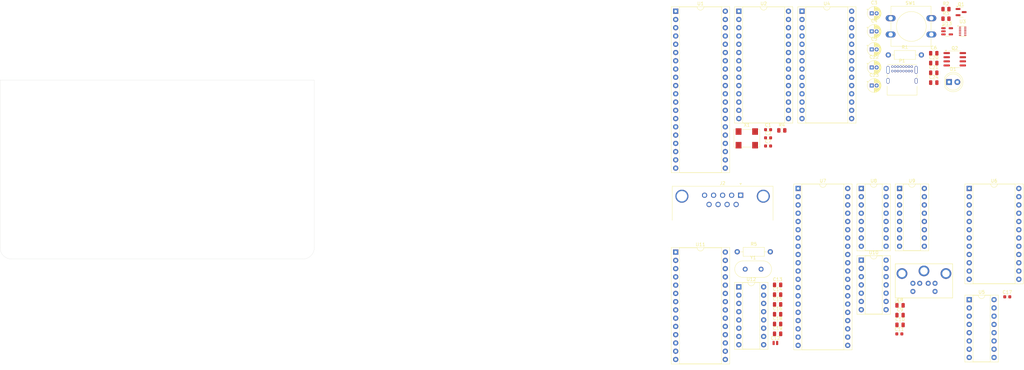
<source format=kicad_pcb>
(kicad_pcb (version 20221018) (generator pcbnew)
  (layers (0 "F.Cu" signal) (31 "B.Cu" signal) (34 "B.Paste" user) (35 "F.Paste" user) (36 "B.SilkS" user "B.Silkscreen") (37 "F.SilkS" user "F.Silkscreen") (38 "B.Mask" user) (39 "F.Mask" user) (44 "Edge.Cuts" user))
  (net 0 "")
  (net 1 "+5V")
  (net 2 "GND")
  (net 3 "Net-(U11-XTAL1)")
  (net 4 "Net-(U12-C1+)")
  (net 5 "Net-(U12-C1-)")
  (net 6 "Net-(U12-C2+)")
  (net 7 "Net-(U12-C2-)")
  (net 8 "Net-(U12-VS+)")
  (net 9 "Net-(U12-VS-)")
  (net 10 "Net-(D1-K)")
  (net 12 "Net-(J1-Pad5)")
  (net 14 "/expansion/Keyboard VIA/PS2_D")
  (net 15 "Net-(U11-~{DCD})")
  (net 16 "Net-(U12-R2IN)")
  (net 17 "Net-(U12-T1OUT)")
  (net 18 "Net-(U11-~{DTR})")
  (net 19 "Net-(U11-~{DSR})")
  (net 20 "Net-(U11-~{RTS})")
  (net 21 "Net-(U11-~{CTS})")
  (net 29 "Net-(Q1-S)")
  (net 30 "Net-(Q1-D)")
  (net 31 "Net-(Q2A-G1)")
  (net 32 "Net-(U3-~{EN}{slash}EN)")
  (net 33 "/CPU, Low ram and low rom/PHI0")
  (net 34 "Net-(U11-XTAL2)")
  (net 35 "Net-(U3-~{PB})")
  (net 39 "/CPU, Low ram and low rom/~{IRQ}")
  (net 41 "/CPU, Low ram and low rom/~{NMI}")
  (net 43 "/CPU, Low ram and low rom/A0")
  (net 44 "/CPU, Low ram and low rom/A1")
  (net 45 "/CPU, Low ram and low rom/A2")
  (net 46 "/CPU, Low ram and low rom/A3")
  (net 47 "/CPU, Low ram and low rom/A4")
  (net 48 "/CPU, Low ram and low rom/A5")
  (net 49 "/CPU, Low ram and low rom/A6")
  (net 50 "/CPU, Low ram and low rom/A7")
  (net 51 "/CPU, Low ram and low rom/A8")
  (net 52 "/CPU, Low ram and low rom/A9")
  (net 53 "/CPU, Low ram and low rom/A10")
  (net 54 "/CPU, Low ram and low rom/A11")
  (net 55 "/CPU, Low ram and low rom/A12")
  (net 56 "/CPU, Low ram and low rom/A13")
  (net 57 "/CPU, Low ram and low rom/A14")
  (net 58 "/CPU, Low ram and low rom/A15")
  (net 59 "/CPU, Low ram and low rom/D7")
  (net 60 "/CPU, Low ram and low rom/D6")
  (net 61 "/CPU, Low ram and low rom/D5")
  (net 62 "/CPU, Low ram and low rom/D4")
  (net 63 "/CPU, Low ram and low rom/D3")
  (net 64 "/CPU, Low ram and low rom/D2")
  (net 65 "/CPU, Low ram and low rom/D1")
  (net 66 "/CPU, Low ram and low rom/D0")
  (net 67 "/CPU, Low ram and low rom/R{slash}~{W}")
  (net 69 "/CPU, Low ram and low rom/~{DMA}")
  (net 71 "/CPU, Low ram and low rom/PHI2")
  (net 72 "/CPU, Low ram and low rom/~{RES}")
  (net 73 "/Decoding & Logic/A15")
  (net 74 "/CPU, Low ram and low rom/~{OE}")
  (net 75 "/CPU, Low ram and low rom/~{WE}")
  (net 81 "/power/~{RES}")
  (net 82 "/power/~{INT}")
  (net 84 "/CPU, Low ram and low rom/~{LROMS}")
  (net 87 "/Decoding & Logic/A13")
  (net 88 "/Decoding & Logic/A14")
  (net 89 "/Decoding & Logic/~{HROMEN}")
  (net 90 "/Decoding & Logic/~{HRAMEN}")
  (net 91 "/expansion/~{IOEN}")
  (net 96 "/expansion/KBD VIA ~{EN}")
  (net 97 "/expansion/UART 1 ~{EN}")
  (net 113 "/expansion/A12")
  (net 114 "/expansion/A11")
  (net 115 "/expansion/A10")
  (net 116 "/expansion/A9")
  (net 117 "/expansion/Keyboard VIA/PA0")
  (net 118 "/expansion/Keyboard VIA/PA1")
  (net 119 "/expansion/Keyboard VIA/PA2")
  (net 120 "/expansion/Keyboard VIA/PA3")
  (net 121 "/expansion/Keyboard VIA/PA4")
  (net 122 "/expansion/Keyboard VIA/PA5")
  (net 123 "/expansion/Keyboard VIA/PA6")
  (net 124 "/expansion/Keyboard VIA/PA7")
  (net 125 "/expansion/Keyboard VIA/PB0")
  (net 126 "/expansion/Keyboard VIA/PB1")
  (net 127 "/expansion/Keyboard VIA/PB2")
  (net 128 "/expansion/Keyboard VIA/PB3")
  (net 129 "/expansion/Keyboard VIA/PB4")
  (net 130 "/expansion/Keyboard VIA/PB5")
  (net 131 "/expansion/Keyboard VIA/PB6")
  (net 132 "/expansion/Keyboard VIA/PB7")
  (net 136 "/expansion/Keyboard VIA/D7")
  (net 137 "/expansion/Keyboard VIA/D6")
  (net 138 "/expansion/Keyboard VIA/D5")
  (net 139 "/expansion/Keyboard VIA/D4")
  (net 140 "/expansion/Keyboard VIA/D3")
  (net 141 "/expansion/Keyboard VIA/D2")
  (net 142 "/expansion/Keyboard VIA/D1")
  (net 143 "/expansion/Keyboard VIA/D0")
  (net 144 "/expansion/Keyboard VIA/A3")
  (net 145 "/expansion/Keyboard VIA/A2")
  (net 146 "/expansion/Keyboard VIA/A1")
  (net 147 "/expansion/Keyboard VIA/A0")
  (net 150 "Net-(U8-QH')")
  (net 152 "/expansion/Keyboard VIA/SRCLK")
  (net 153 "/expansion/Keyboard VIA/RCLK")
  (net 161 "Net-(U10-Pad2)")
  (net 164 "Net-(U11-TxD)")
  (net 165 "Net-(U11-RxD)")
  (net 166 "/expansion/RS-232 UART #1/A0")
  (net 167 "/expansion/RS-232 UART #1/A1")
  (net 168 "/expansion/RS-232 UART #1/D0")
  (net 169 "/expansion/RS-232 UART #1/D1")
  (net 170 "/expansion/RS-232 UART #1/D2")
  (net 171 "/expansion/RS-232 UART #1/D3")
  (net 172 "/expansion/RS-232 UART #1/D4")
  (net 173 "/expansion/RS-232 UART #1/D5")
  (net 174 "/expansion/RS-232 UART #1/D6")
  (net 175 "/expansion/RS-232 UART #1/D7")
  (net 180 "+1V2")
  (footprint "Capacitor_SMD:C_0805_2012Metric" (layer "F.Cu") (at 346.28 125.318)
    (fp_text reference "C19" (at 0 -1.68) (layer "F.SilkS"))
    (fp_text value "100nF")
    (pad "1" smd roundrect (at -0.95 0) (size 1 1.45) (layers "F.Cu" "F.Paste" "F.Mask") (net 1 "+5V"))
    (pad "2" smd roundrect (at 0.95 0) (size 1 1.45) (layers "F.Cu" "F.Paste" "F.Mask") (net 2 "GND"))
  )
  (footprint "Button_Switch_THT:SW_PUSH-12mm" (layer "F.Cu") (at 381 28.258)
    (fp_text reference "SW1" (at 6.08 -4.66) (layer "F.SilkS"))
    (fp_text value "SW_Push")
    (pad "1" thru_hole oval (at 0 0) (size 3.048 1.85) (drill 1.3) (layers "*.Cu" "*.Mask") (net 2 "GND"))
    (pad "1" thru_hole oval (at 12.5 0) (size 3.048 1.85) (drill 1.3) (layers "*.Cu" "*.Mask") (net 2 "GND"))
    (pad "2" thru_hole oval (at 0 5) (size 3.048 1.85) (drill 1.3) (layers "*.Cu" "*.Mask") (net 35 "Net-(U3-~{PB})"))
    (pad "2" thru_hole oval (at 12.5 5) (size 3.048 1.85) (drill 1.3) (layers "*.Cu" "*.Mask") (net 35 "Net-(U3-~{PB})"))
  )
  (footprint "Capacitor_SMD:C_0603_1608Metric" (layer "F.Cu") (at 343.36 67.558)
    (fp_text reference "C7" (at 0 -1.43) (layer "F.SilkS"))
    (fp_text value "0.1µF")
    (pad "1" smd roundrect (at -0.775 0) (size 0.9 0.95) (layers "F.Cu" "F.Paste" "F.Mask") (net 1 "+5V"))
    (pad "2" smd roundrect (at 0.775 0) (size 0.9 0.95) (layers "F.Cu" "F.Paste" "F.Mask") (net 2 "GND"))
  )
  (footprint "Resistor_THT:R_Axial_DIN0207_L6.3mm_D2.5mm_P10.16mm_Horizontal" (layer "F.Cu") (at 333.88 100.088)
    (fp_text reference "R5" (at 5.08 -2.37) (layer "F.SilkS"))
    (fp_text value "1MΩ")
    (pad "1" thru_hole circle (at 0 0) (size 1.6 1.6) (drill 0.8) (layers "*.Cu" "*.Mask") (net 3 "Net-(U11-XTAL1)"))
    (pad "2" thru_hole oval (at 10.16 0) (size 1.6 1.6) (drill 0.8) (layers "*.Cu" "*.Mask") (net 34 "Net-(U11-XTAL2)"))
  )
  (footprint "Package_DIP:DIP-16_W7.62mm_Socket" (layer "F.Cu") (at 371.98 80.608)
    (fp_text reference "U8" (at 3.81 -2.33) (layer "F.SilkS"))
    (fp_text value "74HC595")
    (pad "1" thru_hole rect (at 0 0) (size 1.6 1.6) (drill 0.8) (layers "*.Cu" "*.Mask") (net 118 "/expansion/Keyboard VIA/PA1"))
    (pad "2" thru_hole oval (at 0 2.54) (size 1.6 1.6) (drill 0.8) (layers "*.Cu" "*.Mask") (net 119 "/expansion/Keyboard VIA/PA2"))
    (pad "3" thru_hole oval (at 0 5.08) (size 1.6 1.6) (drill 0.8) (layers "*.Cu" "*.Mask") (net 120 "/expansion/Keyboard VIA/PA3"))
    (pad "4" thru_hole oval (at 0 7.62) (size 1.6 1.6) (drill 0.8) (layers "*.Cu" "*.Mask") (net 121 "/expansion/Keyboard VIA/PA4"))
    (pad "5" thru_hole oval (at 0 10.16) (size 1.6 1.6) (drill 0.8) (layers "*.Cu" "*.Mask") (net 122 "/expansion/Keyboard VIA/PA5"))
    (pad "6" thru_hole oval (at 0 12.7) (size 1.6 1.6) (drill 0.8) (layers "*.Cu" "*.Mask") (net 123 "/expansion/Keyboard VIA/PA6"))
    (pad "7" thru_hole oval (at 0 15.24) (size 1.6 1.6) (drill 0.8) (layers "*.Cu" "*.Mask") (net 124 "/expansion/Keyboard VIA/PA7"))
    (pad "8" thru_hole oval (at 0 17.78) (size 1.6 1.6) (drill 0.8) (layers "*.Cu" "*.Mask") (net 2 "GND"))
    (pad "9" thru_hole oval (at 7.62 17.78) (size 1.6 1.6) (drill 0.8) (layers "*.Cu" "*.Mask") (net 150 "Net-(U8-QH')"))
    (pad "10" thru_hole oval (at 7.62 15.24) (size 1.6 1.6) (drill 0.8) (layers "*.Cu" "*.Mask"))
    (pad "11" thru_hole oval (at 7.62 12.7) (size 1.6 1.6) (drill 0.8) (layers "*.Cu" "*.Mask") (net 152 "/expansion/Keyboard VIA/SRCLK"))
    (pad "12" thru_hole oval (at 7.62 10.16) (size 1.6 1.6) (drill 0.8) (layers "*.Cu" "*.Mask") (net 153 "/expansion/Keyboard VIA/RCLK"))
    (pad "13" thru_hole oval (at 7.62 7.62) (size 1.6 1.6) (drill 0.8) (layers "*.Cu" "*.Mask") (net 2 "GND"))
    (pad "14" thru_hole oval (at 7.62 5.08) (size 1.6 1.6) (drill 0.8) (layers "*.Cu" "*.Mask") (net 14 "/expansion/Keyboard VIA/PS2_D"))
    (pad "15" thru_hole oval (at 7.62 2.54) (size 1.6 1.6) (drill 0.8) (layers "*.Cu" "*.Mask") (net 117 "/expansion/Keyboard VIA/PA0"))
    (pad "16" thru_hole oval (at 7.62 0) (size 1.6 1.6) (drill 0.8) (layers "*.Cu" "*.Mask") (net 1 "+5V"))
  )
  (footprint "Package_SO:SOIC-8_3.9x4.9mm_P1.27mm" (layer "F.Cu") (at 400.69 40.888)
    (fp_text reference "Q2" (at 0 -3.4) (layer "F.SilkS"))
    (fp_text value "AO4842")
    (pad "1" smd roundrect (at -2.475 -1.905) (size 1.95 0.6) (layers "F.Cu" "F.Paste" "F.Mask") (net 2 "GND"))
    (pad "2" smd roundrect (at -2.475 -0.635) (size 1.95 0.6) (layers "F.Cu" "F.Paste" "F.Mask") (net 31 "Net-(Q2A-G1)"))
    (pad "3" smd roundrect (at -2.475 0.635) (size 1.95 0.6) (layers "F.Cu" "F.Paste" "F.Mask"))
    (pad "4" smd roundrect (at -2.475 1.905) (size 1.95 0.6) (layers "F.Cu" "F.Paste" "F.Mask"))
    (pad "5" smd roundrect (at 2.475 1.905) (size 1.95 0.6) (layers "F.Cu" "F.Paste" "F.Mask"))
    (pad "6" smd roundrect (at 2.475 0.635) (size 1.95 0.6) (layers "F.Cu" "F.Paste" "F.Mask"))
    (pad "7" smd roundrect (at 2.475 -0.635) (size 1.95 0.6) (layers "F.Cu" "F.Paste" "F.Mask") (net 2 "GND"))
    (pad "8" smd roundrect (at 2.475 -1.905) (size 1.95 0.6) (layers "F.Cu" "F.Paste" "F.Mask") (net 2 "GND"))
  )
  (footprint "Capacitor_SMD:C_0805_2012Metric" (layer "F.Cu") (at 346.28 122.308)
    (fp_text reference "C18" (at 0 -1.68) (layer "F.SilkS"))
    (fp_text value "47nF")
    (pad "1" smd roundrect (at -0.95 0) (size 1 1.45) (layers "F.Cu" "F.Paste" "F.Mask") (net 1 "+5V"))
    (pad "2" smd roundrect (at 0.95 0) (size 1 1.45) (layers "F.Cu" "F.Paste" "F.Mask") (net 2 "GND"))
  )
  (footprint "Package_DIP:DIP-16_W7.62mm_Socket" (layer "F.Cu") (at 383.73 80.608)
    (fp_text reference "U9" (at 3.81 -2.33) (layer "F.SilkS"))
    (fp_text value "74HC595")
    (pad "1" thru_hole rect (at 0 0) (size 1.6 1.6) (drill 0.8) (layers "*.Cu" "*.Mask"))
    (pad "2" thru_hole oval (at 0 2.54) (size 1.6 1.6) (drill 0.8) (layers "*.Cu" "*.Mask"))
    (pad "3" thru_hole oval (at 0 5.08) (size 1.6 1.6) (drill 0.8) (layers "*.Cu" "*.Mask"))
    (pad "4" thru_hole oval (at 0 7.62) (size 1.6 1.6) (drill 0.8) (layers "*.Cu" "*.Mask"))
    (pad "5" thru_hole oval (at 0 10.16) (size 1.6 1.6) (drill 0.8) (layers "*.Cu" "*.Mask") (net 130 "/expansion/Keyboard VIA/PB5"))
    (pad "6" thru_hole oval (at 0 12.7) (size 1.6 1.6) (drill 0.8) (layers "*.Cu" "*.Mask") (net 131 "/expansion/Keyboard VIA/PB6"))
    (pad "7" thru_hole oval (at 0 15.24) (size 1.6 1.6) (drill 0.8) (layers "*.Cu" "*.Mask") (net 132 "/expansion/Keyboard VIA/PB7"))
    (pad "8" thru_hole oval (at 0 17.78) (size 1.6 1.6) (drill 0.8) (layers "*.Cu" "*.Mask") (net 2 "GND"))
    (pad "9" thru_hole oval (at 7.62 17.78) (size 1.6 1.6) (drill 0.8) (layers "*.Cu" "*.Mask"))
    (pad "10" thru_hole oval (at 7.62 15.24) (size 1.6 1.6) (drill 0.8) (layers "*.Cu" "*.Mask"))
    (pad "11" thru_hole oval (at 7.62 12.7) (size 1.6 1.6) (drill 0.8) (layers "*.Cu" "*.Mask") (net 152 "/expansion/Keyboard VIA/SRCLK"))
    (pad "12" thru_hole oval (at 7.62 10.16) (size 1.6 1.6) (drill 0.8) (layers "*.Cu" "*.Mask") (net 153 "/expansion/Keyboard VIA/RCLK"))
    (pad "13" thru_hole oval (at 7.62 7.62) (size 1.6 1.6) (drill 0.8) (layers "*.Cu" "*.Mask") (net 2 "GND"))
    (pad "14" thru_hole oval (at 7.62 5.08) (size 1.6 1.6) (drill 0.8) (layers "*.Cu" "*.Mask") (net 150 "Net-(U8-QH')"))
    (pad "15" thru_hole oval (at 7.62 2.54) (size 1.6 1.6) (drill 0.8) (layers "*.Cu" "*.Mask"))
    (pad "16" thru_hole oval (at 7.62 0) (size 1.6 1.6) (drill 0.8) (layers "*.Cu" "*.Mask") (net 1 "+5V"))
  )
  (footprint "Capacitor_THT:CP_Radial_D4.0mm_P1.50mm" (layer "F.Cu") (at 375.184801 43.408)
    (fp_text reference "C22" (at 0.75 -3.25) (layer "F.SilkS"))
    (fp_text value "10µF 25v")
    (pad "1" thru_hole rect (at 0 0) (size 1.2 1.2) (drill 0.6) (layers "*.Cu" "*.Mask") (net 180 "+1V2"))
    (pad "2" thru_hole circle (at 1.5 0) (size 1.2 1.2) (drill 0.6) (layers "*.Cu" "*.Mask") (net 2 "GND"))
  )
  (footprint "Package_DIP:DIP-14_W7.62mm_Socket" (layer "F.Cu") (at 371.98 102.658)
    (fp_text reference "U10" (at 3.81 -2.33) (layer "F.SilkS"))
    (fp_text value "74LS04")
    (pad "1" thru_hole rect (at 0 0) (size 1.6 1.6) (drill 0.8) (layers "*.Cu" "*.Mask") (net 152 "/expansion/Keyboard VIA/SRCLK"))
    (pad "2" thru_hole oval (at 0 2.54) (size 1.6 1.6) (drill 0.8) (layers "*.Cu" "*.Mask") (net 161 "Net-(U10-Pad2)"))
    (pad "3" thru_hole oval (at 0 5.08) (size 1.6 1.6) (drill 0.8) (layers "*.Cu" "*.Mask") (net 161 "Net-(U10-Pad2)"))
    (pad "4" thru_hole oval (at 0 7.62) (size 1.6 1.6) (drill 0.8) (layers "*.Cu" "*.Mask") (net 153 "/expansion/Keyboard VIA/RCLK"))
    (pad "5" thru_hole oval (at 0 10.16) (size 1.6 1.6) (drill 0.8) (layers "*.Cu" "*.Mask") (net 12 "Net-(J1-Pad5)"))
    (pad "6" thru_hole oval (at 0 12.7) (size 1.6 1.6) (drill 0.8) (layers "*.Cu" "*.Mask") (net 152 "/expansion/Keyboard VIA/SRCLK"))
    (pad "7" thru_hole oval (at 0 15.24) (size 1.6 1.6) (drill 0.8) (layers "*.Cu" "*.Mask") (net 2 "GND"))
    (pad "8" thru_hole oval (at 7.62 15.24) (size 1.6 1.6) (drill 0.8) (layers "*.Cu" "*.Mask"))
    (pad "9" thru_hole oval (at 7.62 12.7) (size 1.6 1.6) (drill 0.8) (layers "*.Cu" "*.Mask"))
    (pad "10" thru_hole oval (at 7.62 10.16) (size 1.6 1.6) (drill 0.8) (layers "*.Cu" "*.Mask"))
    (pad "11" thru_hole oval (at 7.62 7.62) (size 1.6 1.6) (drill 0.8) (layers "*.Cu" "*.Mask"))
    (pad "12" thru_hole oval (at 7.62 5.08) (size 1.6 1.6) (drill 0.8) (layers "*.Cu" "*.Mask"))
    (pad "13" thru_hole oval (at 7.62 2.54) (size 1.6 1.6) (drill 0.8) (layers "*.Cu" "*.Mask"))
    (pad "14" thru_hole oval (at 7.62 0) (size 1.6 1.6) (drill 0.8) (layers "*.Cu" "*.Mask") (net 1 "+5V"))
  )
  (footprint "Resistor_SMD:R_0805_2012Metric" (layer "F.Cu") (at 347.57 62.758)
    (fp_text reference "R4" (at 0 -1.65) (layer "F.SilkS"))
    (fp_text value "4.7kΩ")
    (pad "1" smd roundrect (at -0.9125 0) (size 1.025 1.4) (layers "F.Cu" "F.Paste" "F.Mask") (roundrect_rratio 0.243902) (net 33 "/CPU, Low ram and low rom/PHI0"))
    (pad "2" smd roundrect (at 0.9125 0) (size 1.025 1.4) (layers "F.Cu" "F.Paste" "F.Mask") (roundrect_rratio 0.243902) (net 2 "GND"))
  )
  (footprint "Capacitor_SMD:C_0805_2012Metric" (layer "F.Cu") (at 383.88 119.568)
    (fp_text reference "C9" (at 0 -1.68) (layer "F.SilkS"))
    (fp_text value "47nF")
    (pad "1" smd roundrect (at -0.95 0) (size 1 1.45) (layers "F.Cu" "F.Paste" "F.Mask") (net 1 "+5V"))
    (pad "2" smd roundrect (at 0.95 0) (size 1 1.45) (layers "F.Cu" "F.Paste" "F.Mask") (net 2 "GND"))
  )
  (footprint "Capacitor_SMD:C_0805_2012Metric" (layer "F.Cu") (at 394.24 39.038)
    (fp_text reference "C6" (at 0 -1.68) (layer "F.SilkS"))
    (fp_text value "0.1uF 50V")
    (pad "1" smd roundrect (at -0.95 0) (size 1 1.45) (layers "F.Cu" "F.Paste" "F.Mask") (net 1 "+5V"))
    (pad "2" smd roundrect (at 0.95 0) (size 1 1.45) (layers "F.Cu" "F.Paste" "F.Mask") (net 2 "GND"))
  )
  (footprint "Capacitor_SMD:C_0603_1608Metric" (layer "F.Cu") (at 343.36 62.538)
    (fp_text reference "C1" (at 0 -1.43) (layer "F.SilkS"))
    (fp_text value "47nF")
    (pad "1" smd roundrect (at -0.775 0) (size 0.9 0.95) (layers "F.Cu" "F.Paste" "F.Mask") (net 1 "+5V"))
    (pad "2" smd roundrect (at 0.775 0) (size 0.9 0.95) (layers "F.Cu" "F.Paste" "F.Mask") (net 2 "GND"))
  )
  (footprint "Package_DIP:DIP-24_W15.24mm_Socket" (layer "F.Cu") (at 405.13 80.608)
    (fp_text reference "U6" (at 7.62 -2.33) (layer "F.SilkS"))
    (fp_text value "74LS154")
    (pad "1" thru_hole rect (at 0 0) (size 1.6 1.6) (drill 0.8) (layers "*.Cu" "*.Mask") (net 96 "/expansion/KBD VIA ~{EN}"))
    (pad "2" thru_hole oval (at 0 2.54) (size 1.6 1.6) (drill 0.8) (layers "*.Cu" "*.Mask") (net 97 "/expansion/UART 1 ~{EN}"))
    (pad "3" thru_hole oval (at 0 5.08) (size 1.6 1.6) (drill 0.8) (layers "*.Cu" "*.Mask"))
    (pad "4" thru_hole oval (at 0 7.62) (size 1.6 1.6) (drill 0.8) (layers "*.Cu" "*.Mask"))
    (pad "5" thru_hole oval (at 0 10.16) (size 1.6 1.6) (drill 0.8) (layers "*.Cu" "*.Mask"))
    (pad "6" thru_hole oval (at 0 12.7) (size 1.6 1.6) (drill 0.8) (layers "*.Cu" "*.Mask"))
    (pad "7" thru_hole oval (at 0 15.24) (size 1.6 1.6) (drill 0.8) (layers "*.Cu" "*.Mask"))
    (pad "8" thru_hole oval (at 0 17.78) (size 1.6 1.6) (drill 0.8) (layers "*.Cu" "*.Mask"))
    (pad "9" thru_hole oval (at 0 20.32) (size 1.6 1.6) (drill 0.8) (layers "*.Cu" "*.Mask"))
    (pad "10" thru_hole oval (at 0 22.86) (size 1.6 1.6) (drill 0.8) (layers "*.Cu" "*.Mask"))
    (pad "11" thru_hole oval (at 0 25.4) (size 1.6 1.6) (drill 0.8) (layers "*.Cu" "*.Mask"))
    (pad "12" thru_hole oval (at 0 27.94) (size 1.6 1.6) (drill 0.8) (layers "*.Cu" "*.Mask") (net 2 "GND"))
    (pad "13" thru_hole oval (at 15.24 27.94) (size 1.6 1.6) (drill 0.8) (layers "*.Cu" "*.Mask"))
    (pad "14" thru_hole oval (at 15.24 25.4) (size 1.6 1.6) (drill 0.8) (layers "*.Cu" "*.Mask"))
    (pad "15" thru_hole oval (at 15.24 22.86) (size 1.6 1.6) (drill 0.8) (layers "*.Cu" "*.Mask"))
    (pad "16" thru_hole oval (at 15.24 20.32) (size 1.6 1.6) (drill 0.8) (layers "*.Cu" "*.Mask"))
    (pad "17" thru_hole oval (at 15.24 17.78) (size 1.6 1.6) (drill 0.8) (layers "*.Cu" "*.Mask"))
    (pad "18" thru_hole oval (at 15.24 15.24) (size 1.6 1.6) (drill 0.8) (layers "*.Cu" "*.Mask") (net 91 "/expansion/~{IOEN}"))
    (pad "19" thru_hole oval (at 15.24 12.7) (size 1.6 1.6) (drill 0.8) (layers "*.Cu" "*.Mask"))
    (pad "20" thru_hole oval (at 15.24 10.16) (size 1.6 1.6) (drill 0.8) (layers "*.Cu" "*.Mask") (net 113 "/expansion/A12"))
    (pad "21" thru_hole oval (at 15.24 7.62) (size 1.6 1.6) (drill 0.8) (layers "*.Cu" "*.Mask") (net 114 "/expansion/A11"))
    (pad "22" thru_hole oval (at 15.24 5.08) (size 1.6 1.6) (drill 0.8) (layers "*.Cu" "*.Mask") (net 115 "/expansion/A10"))
    (pad "23" thru_hole oval (at 15.24 2.54) (size 1.6 1.6) (drill 0.8) (layers "*.Cu" "*.Mask") (net 116 "/expansion/A9"))
    (pad "24" thru_hole oval (at 15.24 0) (size 1.6 1.6) (drill 0.8) (layers "*.Cu" "*.Mask") (net 1 "+5V"))
  )
  (footprint "Package_TO_SOT_SMD:SOT-23" (layer "F.Cu") (at 402.63 26.383)
    (fp_text reference "Q1" (at 0 -2.4) (layer "F.SilkS"))
    (fp_text value "AO3400A")
    (pad "1" smd roundrect (at -0.9375 -0.95) (size 1.475 0.6) (layers "F.Cu" "F.Paste" "F.Mask") (net 2 "GND"))
    (pad "2" smd roundrect (at -0.9375 0.95) (size 1.475 0.6) (layers "F.Cu" "F.Paste" "F.Mask") (net 29 "Net-(Q1-S)"))
    (pad "3" smd roundrect (at 0.9375 0) (size 1.475 0.6) (layers "F.Cu" "F.Paste" "F.Mask") (net 30 "Net-(Q1-D)"))
  )
  (footprint "Resistor_SMD:R_0805_2012Metric" (layer "F.Cu") (at 397.98 28.408)
    (fp_text reference "R3" (at 0 -1.65) (layer "F.SilkS"))
    (fp_text value "10kΩ")
    (pad "1" smd roundrect (at -0.9125 0) (size 1.025 1.4) (layers "F.Cu" "F.Paste" "F.Mask") (roundrect_rratio 0.243902) (net 1 "+5V"))
    (pad "2" smd roundrect (at 0.9125 0) (size 1.025 1.4) (layers "F.Cu" "F.Paste" "F.Mask") (roundrect_rratio 0.243902) (net 30 "Net-(Q1-D)"))
  )
  (footprint "Ddraig:MINI-DIN-6-FULL-SHIELD" (layer "F.Cu") (at 391.23 101.283)
    (fp_text reference "J1" (at -8.255 13.97) (layer "F.SilkS"))
    (fp_text value "Purple color - PS/2 keyboard" hide)
    (pad "1" thru_hole circle (at -1.3 8.5) (size 1.524 1.524) (drill 0.762) (layers "*.Cu" "*.Mask") (net 14 "/expansion/Keyboard VIA/PS2_D"))
    (pad "2" thru_hole circle (at 1.3 8.5) (size 1.524 1.524) (drill 0.762) (layers "*.Cu" "*.Mask"))
    (pad "3" thru_hole circle (at -3.4 8.5) (size 1.524 1.524) (drill 0.762) (layers "*.Cu" "*.Mask") (net 2 "GND"))
    (pad "4" thru_hole circle (at 3.4 8.5) (size 1.524 1.524) (drill 0.762) (layers "*.Cu" "*.Mask") (net 1 "+5V"))
    (pad "5" thru_hole circle (at -3.4 11) (size 1.524 1.524) (drill 0.762) (layers "*.Cu" "*.Mask") (net 12 "Net-(J1-Pad5)"))
    (pad "6" thru_hole circle (at 3.4 11) (size 1.524 1.524) (drill 0.762) (layers "*.Cu" "*.Mask"))
    (pad "7" thru_hole circle (at -6.75 5.5) (size 3.3 3.3) (drill 2.3) (layers "*.Cu" "*.Mask") (net 2 "GND"))
    (pad "7" thru_hole circle (at 0 4.7) (size 3.3 3.3) (drill 2.3) (layers "*.Cu" "*.Mask") (net 2 "GND"))
    (pad "7" thru_hole circle (at 6.75 5.5) (size 3.3 3.3) (drill 2.3) (layers "*.Cu" "*.Mask") (net 2 "GND"))
  )
  (footprint "Capacitor_SMD:C_0805_2012Metric" (layer "F.Cu") (at 394.24 45.058)
    (fp_text reference "C21" (at 0 -1.68) (layer "F.SilkS"))
    (fp_text value "1uF")
    (pad "1" smd roundrect (at -0.95 0) (size 1 1.45) (layers "F.Cu" "F.Paste" "F.Mask") (net 180 "+1V2"))
    (pad "2" smd roundrect (at 0.95 0) (size 1 1.45) (layers "F.Cu" "F.Paste" "F.Mask") (net 2 "GND"))
  )
  (footprint "Connector_USB:USB_C_Receptacle_GCT_USB4085" (layer "F.Cu") (at 381.53 43.168)
    (fp_text reference "P1" (at 2.975 -1.8) (layer "F.SilkS"))
    (fp_text value "USB_C_Plug")
    (pad "A1" thru_hole circle (at 0 0) (size 0.7 0.7) (drill 0.4) (layers "*.Cu" "*.Mask") (net 2 "GND"))
    (pad "A4" thru_hole circle (at 0.85 0) (size 0.7 0.7) (drill 0.4) (layers "*.Cu" "*.Mask") (net 1 "+5V"))
    (pad "A5" thru_hole circle (at 1.7 0) (size 0.7 0.7) (drill 0.4) (layers "*.Cu" "*.Mask"))
    (pad "A6" thru_hole circle (at 2.55 0) (size 0.7 0.7) (drill 0.4) (layers "*.Cu" "*.Mask"))
    (pad "A7" thru_hole circle (at 3.4 0) (size 0.7 0.7) (drill 0.4) (layers "*.Cu" "*.Mask"))
    (pad "A8" thru_hole circle (at 4.25 0) (size 0.7 0.7) (drill 0.4) (layers "*.Cu" "*.Mask"))
    (pad "A9" thru_hole circle (at 5.1 0) (size 0.7 0.7) (drill 0.4) (layers "*.Cu" "*.Mask") (net 1 "+5V"))
    (pad "A12" thru_hole circle (at 5.95 0) (size 0.7 0.7) (drill 0.4) (layers "*.Cu" "*.Mask") (net 2 "GND"))
    (pad "B1" thru_hole circle (at 5.95 1.35) (size 0.7 0.7) (drill 0.4) (layers "*.Cu" "*.Mask") (net 2 "GND"))
    (pad "B4" thru_hole circle (at 5.1 1.35) (size 0.7 0.7) (drill 0.4) (layers "*.Cu" "*.Mask") (net 1 "+5V"))
    (pad "B5" thru_hole circle (at 4.25 1.35) (size 0.7 0.7) (drill 0.4) (layers "*.Cu" "*.Mask"))
    (pad "B6" thru_hole circle (at 3.4 1.35) (size 0.7 0.7) (drill 0.4) (layers "*.Cu" "*.Mask"))
    (pad "B7" thru_hole circle (at 2.55 1.35) (size 0.7 0.7) (drill 0.4) (layers "*.Cu" "*.Mask"))
    (pad "B8" thru_hole circle (at 1.7 1.35) (size 0.7 0.7) (drill 0.4) (layers "*.Cu" "*.Mask"))
    (pad "B9" thru_hole circle (at 0.85 1.35) (size 0.7 0.7) (drill 0.4) (layers "*.Cu" "*.Mask") (net 1 "+5V"))
    (pad "B12" thru_hole circle (at 0 1.35) (size 0.7 0.7) (drill 0.4) (layers "*.Cu" "*.Mask") (net 2 "GND"))
    (pad "S1" thru_hole oval (at -1.35 0.98) (size 0.9 2.4) (drill oval 0.6 2.1) (layers "*.Cu" "*.Mask") (net 2 "GND"))
    (pad "S1" thru_hole oval (at -1.35 4.36) (size 0.9 1.7) (drill oval 0.6 1.4) (layers "*.Cu" "*.Mask") (net 2 "GND"))
    (pad "S1" thru_hole oval (at 7.3 0.98) (size 0.9 2.4) (drill oval 0.6 2.1) (layers "*.Cu" "*.Mask") (net 2 "GND"))
    (pad "S1" thru_hole oval (at 7.3 4.36) (size 0.9 1.7) (drill oval 0.6 1.4) (layers "*.Cu" "*.Mask") (net 2 "GND"))
  )
  (footprint "Package_DIP:DIP-16_W7.62mm_Socket" (layer "F.Cu") (at 405.13 114.808)
    (fp_text reference "U5" (at 3.81 -2.33) (layer "F.SilkS"))
    (fp_text value "74HC137")
    (pad "1" thru_hole rect (at 0 0) (size 1.6 1.6) (drill 0.8) (layers "*.Cu" "*.Mask") (net 87 "/Decoding & Logic/A13"))
    (pad "2" thru_hole oval (at 0 2.54) (size 1.6 1.6) (drill 0.8) (layers "*.Cu" "*.Mask") (net 88 "/Decoding & Logic/A14"))
    (pad "3" thru_hole oval (at 0 5.08) (size 1.6 1.6) (drill 0.8) (layers "*.Cu" "*.Mask") (net 73 "/Decoding & Logic/A15"))
    (pad "4" thru_hole oval (at 0 7.62) (size 1.6 1.6) (drill 0.8) (layers "*.Cu" "*.Mask") (net 2 "GND"))
    (pad "5" thru_hole oval (at 0 10.16) (size 1.6 1.6) (drill 0.8) (layers "*.Cu" "*.Mask") (net 2 "GND"))
    (pad "6" thru_hole oval (at 0 12.7) (size 1.6 1.6) (drill 0.8) (layers "*.Cu" "*.Mask") (net 73 "/Decoding & Logic/A15"))
    (pad "7" thru_hole oval (at 0 15.24) (size 1.6 1.6) (drill 0.8) (layers "*.Cu" "*.Mask") (net 89 "/Decoding & Logic/~{HROMEN}"))
    (pad "8" thru_hole oval (at 0 17.78) (size 1.6 1.6) (drill 0.8) (layers "*.Cu" "*.Mask") (net 2 "GND"))
    (pad "9" thru_hole oval (at 7.62 17.78) (size 1.6 1.6) (drill 0.8) (layers "*.Cu" "*.Mask") (net 84 "/CPU, Low ram and low rom/~{LROMS}"))
    (pad "10" thru_hole oval (at 7.62 15.24) (size 1.6 1.6) (drill 0.8) (layers "*.Cu" "*.Mask") (net 90 "/Decoding & Logic/~{HRAMEN}"))
    (pad "11" thru_hole oval (at 7.62 12.7) (size 1.6 1.6) (drill 0.8) (layers "*.Cu" "*.Mask") (net 91 "/expansion/~{IOEN}"))
    (pad "12" thru_hole oval (at 7.62 10.16) (size 1.6 1.6) (drill 0.8) (layers "*.Cu" "*.Mask"))
    (pad "13" thru_hole oval (at 7.62 7.62) (size 1.6 1.6) (drill 0.8) (layers "*.Cu" "*.Mask"))
    (pad "14" thru_hole oval (at 7.62 5.08) (size 1.6 1.6) (drill 0.8) (layers "*.Cu" "*.Mask"))
    (pad "15" thru_hole oval (at 7.62 2.54) (size 1.6 1.6) (drill 0.8) (layers "*.Cu" "*.Mask"))
    (pad "16" thru_hole oval (at 7.62 0) (size 1.6 1.6) (drill 0.8) (layers "*.Cu" "*.Mask") (net 1 "+5V"))
  )
  (footprint "Package_DIP:DIP-16_W7.62mm_Socket" (layer "F.Cu") (at 334.38 110.888)
    (fp_text reference "U12" (at 3.81 -2.33) (layer "F.SilkS"))
    (fp_text value "MAX232")
    (pad "1" thru_hole rect (at 0 0) (size 1.6 1.6) (drill 0.8) (layers "*.Cu" "*.Mask") (net 4 "Net-(U12-C1+)"))
    (pad "2" thru_hole oval (at 0 2.54) (size 1.6 1.6) (drill 0.8) (layers "*.Cu" "*.Mask") (net 8 "Net-(U12-VS+)"))
    (pad "3" thru_hole oval (at 0 5.08) (size 1.6 1.6) (drill 0.8) (layers "*.Cu" "*.Mask") (net 5 "Net-(U12-C1-)"))
    (pad "4" thru_hole oval (at 0 7.62) (size 1.6 1.6) (drill 0.8) (layers "*.Cu" "*.Mask") (net 6 "Net-(U12-C2+)"))
    (pad "5" thru_hole oval (at 0 10.16) (size 1.6 1.6) (drill 0.8) (layers "*.Cu" "*.Mask") (net 7 "Net-(U12-C2-)"))
    (pad "6" thru_hole oval (at 0 12.7) (size 1.6 1.6) (drill 0.8) (layers "*.Cu" "*.Mask") (net 9 "Net-(U12-VS-)"))
    (pad "7" thru_hole oval (at 0 15.24) (size 1.6 1.6) (drill 0.8) (layers "*.Cu" "*.Mask"))
    (pad "8" thru_hole oval (at 0 17.78) (size 1.6 1.6) (drill 0.8) (layers "*.Cu" "*.Mask") (net 16 "Net-(U12-R2IN)"))
    (pad "9" thru_hole oval (at 7.62 17.78) (size 1.6 1.6) (drill 0.8) (layers "*.Cu" "*.Mask"))
    (pad "10" thru_hole oval (at 7.62 15.24) (size 1.6 1.6) (drill 0.8) (layers "*.Cu" "*.Mask"))
    (pad "11" thru_hole oval (at 7.62 12.7) (size 1.6 1.6) (drill 0.8) (layers "*.Cu" "*.Mask") (net 164 "Net-(U11-TxD)"))
    (pad "12" thru_hole oval (at 7.62 10.16) (size 1.6 1.6) (drill 0.8) (layers "*.Cu" "*.Mask") (net 165 "Net-(U11-RxD)"))
    (pad "13" thru_hole oval (at 7.62 7.62) (size 1.6 1.6) (drill 0.8) (layers "*.Cu" "*.Mask"))
    (pad "14" thru_hole oval (at 7.62 5.08) (size 1.6 1.6) (drill 0.8) (layers "*.Cu" "*.Mask") (net 17 "Net-(U12-T1OUT)"))
    (pad "15" thru_hole oval (at 7.62 2.54) (size 1.6 1.6) (drill 0.8) (layers "*.Cu" "*.Mask") (net 2 "GND"))
    (pad "16" thru_hole oval (at 7.62 0) (size 1.6 1.6) (drill 0.8) (layers "*.Cu" "*.Mask") (net 1 "+5V"))
  )
  (footprint "Package_TO_SOT_SMD:SOT-23-5" (layer "F.Cu") (at 398.35 32.283)
    (fp_text reference "U13" (at 0 -2.4) (layer "F.SilkS"))
    (fp_text value "AP2112K-1.2")
    (pad "1" smd roundrect (at -1.1375 -0.95) (size 1.325 0.6) (layers "F.Cu" "F.Paste" "F.Mask") (net 1 "+5V"))
    (pad "2" smd roundrect (at -1.1375 0) (size 1.325 0.6) (layers "F.Cu" "F.Paste" "F.Mask") (net 2 "GND"))
    (pad "3" smd roundrect (at -1.1375 0.95) (size 1.325 0.6) (layers "F.Cu" "F.Paste" "F.Mask") (net 1 "+5V"))
    (pad "4" smd roundrect (at 1.1375 0.95) (size 1.325 0.6) (layers "F.Cu" "F.Paste" "F.Mask"))
    (pad "5" smd roundrect (at 1.1375 -0.95) (size 1.325 0.6) (layers "F.Cu" "F.Paste" "F.Mask") (net 180 "+1V2"))
  )
  (footprint "Capacitor_SMD:C_0805_2012Metric" (layer "F.Cu") (at 383.88 116.558)
    (fp_text reference "C8" (at 0 -1.68) (layer "F.SilkS"))
    (fp_text value "100nF")
    (pad "1" smd roundrect (at -0.95 0) (size 1 1.45) (layers "F.Cu" "F.Paste" "F.Mask") (net 1 "+5V"))
    (pad "2" smd roundrect (at 0.95 0) (size 1 1.45) (layers "F.Cu" "F.Paste" "F.Mask") (net 2 "GND"))
  )
  (footprint "Capacitor_SMD:C_0805_2012Metric" (layer "F.Cu") (at 394.24 48.068)
    (fp_text reference "C24" (at 0 -1.68) (layer "F.SilkS"))
    (fp_text value "0.1uF 50V")
    (pad "1" smd roundrect (at -0.95 0) (size 1 1.45) (layers "F.Cu" "F.Paste" "F.Mask") (net 180 "+1V2"))
    (pad "2" smd roundrect (at 0.95 0) (size 1 1.45) (layers "F.Cu" "F.Paste" "F.Mask") (net 2 "GND"))
  )
  (footprint "Resistor_SMD:R_0805_2012Metric" (layer "F.Cu") (at 397.98 25.458)
    (fp_text reference "R2" (at 0 -1.65) (layer "F.SilkS"))
    (fp_text value "10kΩ")
    (pad "1" smd roundrect (at -0.9125 0) (size 1.025 1.4) (layers "F.Cu" "F.Paste" "F.Mask") (roundrect_rratio 0.243902) (net 31 "Net-(Q2A-G1)"))
    (pad "2" smd roundrect (at 0.9125 0) (size 1.025 1.4) (layers "F.Cu" "F.Paste" "F.Mask") (roundrect_rratio 0.243902) (net 32 "Net-(U3-~{EN}{slash}EN)"))
  )
  (footprint "Capacitor_SMD:C_0805_2012Metric" (layer "F.Cu") (at 346.28 110.268)
    (fp_text reference "C13" (at 0 -1.68) (layer "F.SilkS"))
    (fp_text value "1µF")
    (pad "1" smd roundrect (at -0.95 0) (size 1 1.45) (layers "F.Cu" "F.Paste" "F.Mask") (net 4 "Net-(U12-C1+)"))
    (pad "2" smd roundrect (at 0.95 0) (size 1 1.45) (layers "F.Cu" "F.Paste" "F.Mask") (net 5 "Net-(U12-C1-)"))
  )
  (footprint "Capacitor_THT:CP_Radial_D4.0mm_P1.50mm" (layer "F.Cu") (at 375.184801 48.958)
    (fp_text reference "C23" (at 0.75 -3.25) (layer "F.SilkS"))
    (fp_text value "10µF 25v")
    (pad "1" thru_hole rect (at 0 0) (size 1.2 1.2) (drill 0.6) (layers "*.Cu" "*.Mask") (net 180 "+1V2"))
    (pad "2" thru_hole circle (at 1.5 0) (size 1.2 1.2) (drill 0.6) (layers "*.Cu" "*.Mask") (net 2 "GND"))
  )
  (footprint "Package_DIP:DIP-40_W15.24mm_Socket" (layer "F.Cu") (at 352.58 80.608)
    (fp_text reference "U7" (at 7.62 -2.33) (layer "F.SilkS"))
    (fp_text value "W65C22SxP")
    (pad "1" thru_hole rect (at 0 0) (size 1.6 1.6) (drill 0.8) (layers "*.Cu" "*.Mask") (net 2 "GND"))
    (pad "2" thru_hole oval (at 0 2.54) (size 1.6 1.6) (drill 0.8) (layers "*.Cu" "*.Mask") (net 117 "/expansion/Keyboard VIA/PA0"))
    (pad "3" thru_hole oval (at 0 5.08) (size 1.6 1.6) (drill 0.8) (layers "*.Cu" "*.Mask") (net 118 "/expansion/Keyboard VIA/PA1"))
    (pad "4" thru_hole oval (at 0 7.62) (size 1.6 1.6) (drill 0.8) (layers "*.Cu" "*.Mask") (net 119 "/expansion/Keyboard VIA/PA2"))
    (pad "5" thru_hole oval (at 0 10.16) (size 1.6 1.6) (drill 0.8) (layers "*.Cu" "*.Mask") (net 120 "/expansion/Keyboard VIA/PA3"))
    (pad "6" thru_hole oval (at 0 12.7) (size 1.6 1.6) (drill 0.8) (layers "*.Cu" "*.Mask") (net 121 "/expansion/Keyboard VIA/PA4"))
    (pad "7" thru_hole oval (at 0 15.24) (size 1.6 1.6) (drill 0.8) (layers "*.Cu" "*.Mask") (net 122 "/expansion/Keyboard VIA/PA5"))
    (pad "8" thru_hole oval (at 0 17.78) (size 1.6 1.6) (drill 0.8) (layers "*.Cu" "*.Mask") (net 123 "/expansion/Keyboard VIA/PA6"))
    (pad "9" thru_hole oval (at 0 20.32) (size 1.6 1.6) (drill 0.8) (layers "*.Cu" "*.Mask") (net 124 "/expansion/Keyboard VIA/PA7"))
    (pad "10" thru_hole oval (at 0 22.86) (size 1.6 1.6) (drill 0.8) (layers "*.Cu" "*.Mask") (net 125 "/expansion/Keyboard VIA/PB0"))
    (pad "11" thru_hole oval (at 0 25.4) (size 1.6 1.6) (drill 0.8) (layers "*.Cu" "*.Mask") (net 126 "/expansion/Keyboard VIA/PB1"))
    (pad "12" thru_hole oval (at 0 27.94) (size 1.6 1.6) (drill 0.8) (layers "*.Cu" "*.Mask") (net 127 "/expansion/Keyboard VIA/PB2"))
    (pad "13" thru_hole oval (at 0 30.48) (size 1.6 1.6) (drill 0.8) (layers "*.Cu" "*.Mask") (net 128 "/expansion/Keyboard VIA/PB3"))
    (pad "14" thru_hole oval (at 0 33.02) (size 1.6 1.6) (drill 0.8) (layers "*.Cu" "*.Mask") (net 129 "/expansion/Keyboard VIA/PB4"))
    (pad "15" thru_hole oval (at 0 35.56) (size 1.6 1.6) (drill 0.8) (layers "*.Cu" "*.Mask") (net 130 "/expansion/Keyboard VIA/PB5"))
    (pad "16" thru_hole oval (at 0 38.1) (size 1.6 1.6) (drill 0.8) (layers "*.Cu" "*.Mask") (net 131 "/expansion/Keyboard VIA/PB6"))
    (pad "17" thru_hole oval (at 0 40.64) (size 1.6 1.6) (drill 0.8) (layers "*.Cu" "*.Mask") (net 132 "/expansion/Keyboard VIA/PB7"))
    (pad "18" thru_hole oval (at 0 43.18) (size 1.6 1.6) (drill 0.8) (layers "*.Cu" "*.Mask"))
    (pad "19" thru_hole oval (at 0 45.72) (size 1.6 1.6) (drill 0.8) (layers "*.Cu" "*.Mask"))
    (pad "20" thru_hole oval (at 0 48.26) (size 1.6 1.6) (drill 0.8) (layers "*.Cu" "*.Mask") (net 1 "+5V"))
    (pad "21" thru_hole oval (at 15.24 48.26) (size 1.6 1.6) (drill 0.8) (layers "*.Cu" "*.Mask") (net 39 "/CPU, Low ram and low rom/~{IRQ}"))
    (pad "22" thru_hole oval (at 15.24 45.72) (size 1.6 1.6) (drill 0.8) (layers "*.Cu" "*.Mask") (net 67 "/CPU, Low ram and low rom/R{slash}~{W}"))
    (pad "23" thru_hole oval (at 15.24 43.18) (size 1.6 1.6) (drill 0.8) (layers "*.Cu" "*.Mask") (net 96 "/expansion/KBD VIA ~{EN}"))
    (pad "24" thru_hole oval (at 15.24 40.64) (size 1.6 1.6) (drill 0.8) (layers "*.Cu" "*.Mask"))
    (pad "25" thru_hole oval (at 15.24 38.1) (size 1.6 1.6) (drill 0.8) (layers "*.Cu" "*.Mask") (net 71 "/CPU, Low ram and low rom/PHI2"))
    (pad "26" thru_hole oval (at 15.24 35.56) (size 1.6 1.6) (drill 0.8) (layers "*.Cu" "*.Mask") (net 136 "/expansion/Keyboard VIA/D7"))
    (pad "27" thru_hole oval (at 15.24 33.02) (size 1.6 1.6) (drill 0.8) (layers "*.Cu" "*.Mask") (net 137 "/expansion/Keyboard VIA/D6"))
    (pad "28" thru_hole oval (at 15.24 30.48) (size 1.6 1.6) (drill 0.8) (layers "*.Cu" "*.Mask") (net 138 "/expansion/Keyboard VIA/D5"))
    (pad "29" thru_hole oval (at 15.24 27.94) (size 1.6 1.6) (drill 0.8) (layers "*.Cu" "*.Mask") (net 139 "/expansion/Keyboard VIA/D4"))
    (pad "30" thru_hole oval (at 15.24 25.4) (size 1.6 1.6) (drill 0.8) (layers "*.Cu" "*.Mask") (net 140 "/expansion/Keyboard VIA/D3"))
    (pad "31" thru_hole oval (at 15.24 22.86) (size 1.6 1.6) (drill 0.8) (layers "*.Cu" "*.Mask") (net 141 "/expansion/Keyboard VIA/D2"))
    (pad "32" thru_hole oval (at 15.24 20.32) (size 1.6 1.6) (drill 0.8) (layers "*.Cu" "*.Mask") (net 142 "/expansion/Keyboard VIA/D1"))
    (pad "33" thru_hole oval (at 15.24 17.78) (size 1.6 1.6) (drill 0.8) (layers "*.Cu" "*.Mask") (net 143 "/expansion/Keyboard VIA/D0"))
    (pad "34" thru_hole oval (at 15.24 15.24) (size 1.6 1.6) (drill 0.8) (layers "*.Cu" "*.Mask") (net 72 "/CPU, Low ram and low rom/~{RES}"))
    (pad "35" thru_hole oval (at 15.24 12.7) (size 1.6 1.6) (drill 0.8) (layers "*.Cu" "*.Mask") (net 144 "/expansion/Keyboard VIA/A3"))
    (pad "36" thru_hole oval (at 15.24 10.16) (size 1.6 1.6) (drill 0.8) (layers "*.Cu" "*.Mask") (net 145 "/expansion/Keyboard VIA/A2"))
    (pad "37" thru_hole oval (at 15.24 7.62) (size 1.6 1.6) (drill 0.8) (layers "*.Cu" "*.Mask") (net 146 "/expansion/Keyboard VIA/A1"))
    (pad "38" thru_hole oval (at 15.24 5.08) (size 1.6 1.6) (drill 0.8) (layers "*.Cu" "*.Mask") (net 147 "/expansion/Keyboard VIA/A0"))
    (pad "39" thru_hole oval (at 15.24 2.54) (size 1.6 1.6) (drill 0.8) (layers "*.Cu" "*.Mask"))
    (pad "40" thru_hole oval (at 15.24 0) (size 1.6 1.6) (drill 0.8) (layers "*.Cu" "*.Mask"))
  )
  (footprint "Oscillator:Oscillator_SMD_IQD_IQXO70-4Pin_7.5x5.0mm" (layer "F.Cu") (at 336.83 65.208)
    (fp_text reference "X1" (at 0 -4.1) (layer "F.SilkS"))
    (fp_text value "5Mhz")
    (pad "1" smd rect (at -2.54 2.1) (size 1.8 2) (layers "F.Cu" "F.Paste" "F.Mask") (net 69 "/CPU, Low ram and low rom/~{DMA}"))
    (pad "2" smd rect (at 2.54 2.1) (size 1.8 2) (layers "F.Cu" "F.Paste" "F.Mask") (net 2 "GND"))
    (pad "3" smd rect (at 2.54 -2.1) (size 1.8 2) (layers "F.Cu" "F.Paste" "F.Mask") (net 33 "/CPU, Low ram and low rom/PHI0"))
    (pad "4" smd rect (at -2.54 -2.1) (size 1.8 2) (layers "F.Cu" "F.Paste" "F.Mask") (net 1 "+5V"))
  )
  (footprint "Resistor_THT:R_Axial_DIN0207_L6.3mm_D2.5mm_P10.16mm_Horizontal" (layer "F.Cu") (at 380.28 39.558)
    (fp_text reference "R1" (at 5.08 -2.37) (layer "F.SilkS"))
    (fp_text value "330Ω")
    (pad "1" thru_hole circle (at 0 0) (size 1.6 1.6) (drill 0.8) (layers "*.Cu" "*.Mask") (net 10 "Net-(D1-K)"))
    (pad "2" thru_hole oval (at 10.16 0) (size 1.6 1.6) (drill 0.8) (layers "*.Cu" "*.Mask") (net 2 "GND"))
  )
  (footprint "Capacitor_SMD:C_0805_2012Metric" (layer "F.Cu") (at 346.28 113.278)
    (fp_text reference "C14" (at 0 -1.68) (layer "F.SilkS"))
    (fp_text value "1µF")
    (pad "1" smd roundrect (at -0.95 0) (size 1 1.45) (layers "F.Cu" "F.Paste" "F.Mask") (net 6 "Net-(U12-C2+)"))
    (pad "2" smd roundrect (at 0.95 0) (size 1 1.45) (layers "F.Cu" "F.Paste" "F.Mask") (net 7 "Net-(U12-C2-)"))
  )
  (footprint "LED_THT:LED_D5.0mm" (layer "F.Cu") (at 398.94 47.888)
    (fp_text reference "D1" (at 1.27 -3.96) (layer "F.SilkS"))
    (fp_text value "RED")
    (pad "1" thru_hole rect (at 0 0) (size 1.8 1.8) (drill 0.9) (layers "*.Cu" "*.Mask") (net 10 "Net-(D1-K)"))
    (pad "2" thru_hole circle (at 2.54 0) (size 1.8 1.8) (drill 0.9) (layers "*.Cu" "*.Mask") (net 1 "+5V"))
  )
  (footprint "Connector_Dsub:DSUB-9_Female_Horizontal_P2.77x2.84mm_EdgePinOffset4.94mm_Housed_MountingHolesOffset7.48mm" (layer "F.Cu") (at 334.93 82.697338)
    (fp_text reference "J2" (at -5.54 -3.7) (layer "F.SilkS"))
    (fp_text value "DE9_Receptacle")
    (pad "0" thru_hole circle (at -18.04 0.3) (size 4 4) (drill 3.2) (layers "*.Cu" "*.Mask"))
    (pad "0" thru_hole circle (at 6.96 0.3) (size 4 4) (drill 3.2) (layers "*.Cu" "*.Mask"))
    (pad "1" thru_hole rect (at 0 0) (size 1.6 1.6) (drill 1) (layers "*.Cu" "*.Mask") (net 15 "Net-(U11-~{DCD})"))
    (pad "2" thru_hole circle (at -2.77 0) (size 1.6 1.6) (drill 1) (layers "*.Cu" "*.Mask") (net 16 "Net-(U12-R2IN)"))
    (pad "3" thru_hole circle (at -5.54 0) (size 1.6 1.6) (drill 1) (layers "*.Cu" "*.Mask") (net 17 "Net-(U12-T1OUT)"))
    (pad "4" thru_hole circle (at -8.31 0) (size 1.6 1.6) (drill 1) (layers "*.Cu" "*.Mask") (net 18 "Net-(U11-~{DTR})"))
    (pad "5" thru_hole circle (at -11.08 0) (size 1.6 1.6) (drill 1) (layers "*.Cu" "*.Mask") (net 2 "GND"))
    (pad "6" thru_hole circle (at -1.385 2.84) (size 1.6 1.6) (drill 1) (layers "*.Cu" "*.Mask") (net 19 "Net-(U11-~{DSR})"))
    (pad "7" thru_hole circle (at -4.155 2.84) (size 1.6 1.6) (drill 1) (layers "*.Cu" "*.Mask") (net 20 "Net-(U11-~{RTS})"))
    (pad "8" thru_hole circle (at -6.925 2.84) (size 1.6 1.6) (drill 1) (layers "*.Cu" "*.Mask") (net 21 "Net-(U11-~{CTS})"))
    (pad "9" thru_hole circle (at -9.695 2.84) (size 1.6 1.6) (drill 1) (layers "*.Cu" "*.Mask"))
  )
  (footprint "Capacitor_THT:CP_Radial_D4.0mm_P1.50mm" (layer "F.Cu") (at 375.184801 26.758)
    (fp_text reference "C3" (at 0.75 -3.25) (layer "F.SilkS"))
    (fp_text value "10µF 25v")
    (pad "1" thru_hole rect (at 0 0) (size 1.2 1.2) (drill 0.6) (layers "*.Cu" "*.Mask") (net 1 "+5V"))
    (pad "2" thru_hole circle (at 1.5 0) (size 1.2 1.2) (drill 0.6) (layers "*.Cu" "*.Mask") (net 2 "GND"))
  )
  (footprint "Crystal:Crystal_HC49-U_Vertical" (layer "F.Cu") (at 336.33 105.438)
    (fp_text reference "Y1" (at 2.44 -3.525) (layer "F.SilkS"))
    (fp_text value "1.8432Mhz")
    (pad "1" thru_hole circle (at 0 0) (size 1.5 1.5) (drill 0.8) (layers "*.Cu" "*.Mask") (net 34 "Net-(U11-XTAL2)"))
    (pad "2" thru_hole circle (at 4.88 0) (size 1.5 1.5) (drill 0.8) (layers "*.Cu" "*.Mask") (net 3 "Net-(U11-XTAL1)"))
  )
  (footprint "Package_DIP:DIP-28_W15.24mm_Socket" (layer "F.Cu") (at 334.38 26.108)
    (fp_text reference "U2" (at 7.62 -2.33) (layer "F.SilkS"))
    (fp_text value "CY62256-70PC")
    (pad "1" thru_hole rect (at 0 0) (size 1.6 1.6) (drill 0.8) (layers "*.Cu" "*.Mask") (net 57 "/CPU, Low ram and low rom/A14"))
    (pad "2" thru_hole oval (at 0 2.54) (size 1.6 1.6) (drill 0.8) (layers "*.Cu" "*.Mask") (net 55 "/CPU, Low ram and low rom/A12"))
    (pad "3" thru_hole oval (at 0 5.08) (size 1.6 1.6) (drill 0.8) (layers "*.Cu" "*.Mask") (net 50 "/CPU, Low ram and low rom/A7"))
    (pad "4" thru_hole oval (at 0 7.62) (size 1.6 1.6) (drill 0.8) (layers "*.Cu" "*.Mask") (net 49 "/CPU, Low ram and low rom/A6"))
    (pad "5" thru_hole oval (at 0 10.16) (size 1.6 1.6) (drill 0.8) (layers "*.Cu" "*.Mask") (net 48 "/CPU, Low ram and low rom/A5"))
    (pad "6" thru_hole oval (at 0 12.7) (size 1.6 1.6) (drill 0.8) (layers "*.Cu" "*.Mask") (net 47 "/CPU, Low ram and low rom/A4"))
    (pad "7" thru_hole oval (at 0 15.24) (size 1.6 1.6) (drill 0.8) (layers "*.Cu" "*.Mask") (net 46 "/CPU, Low ram and low rom/A3"))
    (pad "8" thru_hole oval (at 0 17.78) (size 1.6 1.6) (drill 0.8) (layers "*.Cu" "*.Mask") (net 45 "/CPU, Low ram and low rom/A2"))
    (pad "9" thru_hole oval (at 0 20.32) (size 1.6 1.6) (drill 0.8) (layers "*.Cu" "*.Mask") (net 44 "/CPU, Low ram and low rom/A1"))
    (pad "10" thru_hole oval (at 0 22.86) (size 1.6 1.6) (drill 0.8) (layers "*.Cu" "*.Mask") (net 43 "/CPU, Low ram and low rom/A0"))
    (pad "11" thru_hole oval (at 0 25.4) (size 1.6 1.6) (drill 0.8) (layers "*.Cu" "*.Mask") (net 66 "/CPU, Low ram and low rom/D0"))
    (pad "12" thru_hole oval (at 0 27.94) (size 1.6 1.6) (drill 0.8) (layers "*.Cu" "*.Mask") (net 65 "/CPU, Low ram and low rom/D1"))
    (pad "13" thru_hole oval (at 0 30.48) (size 1.6 1.6) (drill 0.8) (layers "*.Cu" "*.Mask") (net 64 "/CPU, Low ram and low rom/D2"))
    (pad "14" thru_hole oval (at 0 33.02) (size 1.6 1.6) (drill 0.8) (layers "*.Cu" "*.Mask") (net 2 "GND"))
    (pad "15" thru_hole oval (at 15.24 33.02) (size 1.6 1.6) (drill 0.8) (layers "*.Cu" "*.Mask") (net 63 "/CPU, Low ram and low rom/D3"))
    (pad "16" thru_hole oval (at 15.24 30.48) (size 1.6 1.6) (drill 0.8) (layers "*.Cu" "*.Mask") (net 62 "/CPU, Low ram and low rom/D4"))
    (pad "17" thru_hole oval (at 15.24 27.94) (size 1.6 1.6) (drill 0.8) (layers "*.Cu" "*.Mask") (net 61 "/CPU, Low ram and low rom/D5"))
    (pad "18" thru_hole oval (at 15.24 25.4) (size 1.6 1.6) (drill 0.8) (layers "*.Cu" "*.Mask") (net 60 "/CPU, Low ram and low rom/D6"))
    (pad "19" thru_hole oval (at 15.24 22.86) (size 1.6 1.6) (drill 0.8) (layers "*.Cu" "*.Mask") (net 59 "/CPU, Low ram and low rom/D7"))
    (pad "20" thru_hole oval (at 15.24 20.32) (size 1.6 1.6) (drill 0.8) (layers "*.Cu" "*.Mask") (net 73 "/Decoding & Logic/A15"))
    (pad "21" thru_hole oval (at 15.24 17.78) (size 1.6 1.6) (drill 0.8) (layers "*.Cu" "*.Mask") (net 53 "/CPU, Low ram and low rom/A10"))
    (pad "22" thru_hole oval (at 15.24 15.24) (size 1.6 1.6) (drill 0.8) (layers "*.Cu" "*.Mask") (net 74 "/CPU, Low ram and low rom/~{OE}"))
    (pad "23" thru_hole oval (at 15.24 12.7) (size 1.6 1.6) (drill 0.8) (layers "*.Cu" "*.Mask") (net 54 "/CPU, Low ram and low rom/A11"))
    (pad "24" thru_hole oval (at 15.24 10.16) (size 1.6 1.6) (drill 0.8) (layers "*.Cu" "*.Mask") (net 52 "/CPU, Low ram and low rom/A9"))
    (pad "25" thru_hole oval (at 15.24 7.62) (size 1.6 1.6) (drill 0.8) (layers "*.Cu" "*.Mask") (net 51 "/CPU, Low ram and low rom/A8"))
    (pad "26" thru_hole oval (at 15.24 5.08) (size 1.6 1.6) (drill 0.8) (layers "*.Cu" "*.Mask") (net 56 "/CPU, Low ram and low rom/A13"))
    (pad "27" thru_hole oval (at 15.24 2.54) (size 1.6 1.6) (drill 0.8) (layers "*.Cu" "*.Mask") (net 75 "/CPU, Low ram and low rom/~{WE}"))
    (pad "28" thru_hole oval (at 15.24 0) (size 1.6 1.6) (drill 0.8) (layers "*.Cu" "*.Mask") (net 1 "+5V"))
  )
  (footprint "Capacitor_THT:CP_Radial_D4.0mm_P1.50mm" (layer "F.Cu") (at 375.184801 32.308)
    (fp_text reference "C4" (at 0.75 -3.25) (layer "F.SilkS"))
    (fp_text value "10µF 25v")
    (pad "1" thru_hole rect (at 0 0) (size 1.2 1.2) (drill 0.6) (layers "*.Cu" "*.Mask") (net 1 "+5V"))
    (pad "2" thru_hole circle (at 1.5 0) (size 1.2 1.2) (drill 0.6) (layers "*.Cu" "*.Mask") (net 2 "GND"))
  )
  (footprint "Capacitor_SMD:C_0805_2012Metric" (layer "F.Cu") (at 383.88 122.578)
    (fp_text reference "C10" (at 0 -1.68) (layer "F.SilkS"))
    (fp_text value "47nF")
    (pad "1" smd roundrect (at -0.95 0) (size 1 1.45) (layers "F.Cu" "F.Paste" "F.Mask") (net 1 "+5V"))
    (pad "2" smd roundrect (at 0.95 0) (size 1 1.45) (layers "F.Cu" "F.Paste" "F.Mask") (net 2 "GND"))
  )
  (footprint "Capacitor_SMD:C_0603_1608Metric" (layer "F.Cu") (at 383.66 125.338)
    (fp_text reference "C11" (at 0 -1.43) (layer "F.SilkS"))
    (fp_text value "10nF")
    (pad "1" smd roundrect (at -0.775 0) (size 0.9 0.95) (layers "F.Cu" "F.Paste" "F.Mask") (net 1 "+5V"))
    (pad "2" smd roundrect (at 0.775 0) (size 0.9 0.95) (layers "F.Cu" "F.Paste" "F.Mask") (net 2 "GND"))
  )
  (footprint "Package_DFN_QFN:TDFN-12_2x3mm_P0.5mm" (layer "F.Cu") (at 403.105 32.283)
    (fp_text reference "U3" (at 0 -3) (layer "F.SilkS"))
    (fp_text value "STM6600")
    (pad "1" smd rect (at -0.8 -1.25) (size 0.7 0.25) (layers "F.Cu" "F.Paste" "F.Mask") (net 1 "+5V"))
    (pad "2" smd rect (at -0.8 -0.75) (size 0.7 0.25) (layers "F.Cu" "F.Paste" "F.Mask"))
    (pad "3" smd rect (at -0.8 -0.25) (size 0.7 0.25) (layers "F.Cu" "F.Paste" "F.Mask"))
    (pad "4" smd rect (at -0.8 0.25) (size 0.7 0.25) (layers "F.Cu" "F.Paste" "F.Mask") (net 29 "Net-(Q1-S)"))
    (pad "5" smd rect (at -0.8 0.75) (size 0.7 0.25) (layers "F.Cu" "F.Paste" "F.Mask"))
    (pad "6" smd rect (at -0.8 1.25) (size 0.7 0.25) (layers "F.Cu" "F.Paste" "F.Mask") (net 35 "Net-(U3-~{PB})"))
    (pad "7" smd rect (at 0.8 1.25) (size 0.7 0.25) (layers "F.Cu" "F.Paste" "F.Mask"))
    (pad "8" smd rect (at 0.8 0.75) (size 0.7 0.25) (layers "F.Cu" "F.Paste" "F.Mask"))
    (pad "9" smd rect (at 0.8 0.25) (size 0.7 0.25) (layers "F.Cu" "F.Paste" "F.Mask") (net 32 "Net-(U3-~{EN}{slash}EN)"))
    (pad "10" smd rect (at 0.8 -0.25) (size 0.7 0.25) (layers "F.Cu" "F.Paste" "F.Mask") (net 81 "/power/~{RES}"))
    (pad "11" smd rect (at 0.8 -0.75) (size 0.7 0.25) (layers "F.Cu" "F.Paste" "F.Mask") (net 82 "/power/~{INT}"))
    (pad "12" smd rect (at 0.8 -1.25) (size 0.7 0.25) (layers "F.Cu" "F.Paste" "F.Mask") (net 2 "GND"))
  )
  (footprint "Package_DIP:DIP-28_W15.24mm_Socket" (layer "F.Cu") (at 314.98 100.188)
    (fp_text reference "U11" (at 7.62 -2.33) (layer "F.SilkS"))
    (fp_text value "W65C51NxP")
    (pad "1" thru_hole rect (at 0 0) (size 1.6 1.6) (drill 0.8) (layers "*.Cu" "*.Mask") (net 2 "GND"))
    (pad "2" thru_hole oval (at 0 2.54) (size 1.6 1.6) (drill 0.8) (layers "*.Cu" "*.Mask"))
    (pad "3" thru_hole oval (at 0 5.08) (size 1.6 1.6) (drill 0.8) (layers "*.Cu" "*.Mask") (net 97 "/expansion/UART 1 ~{EN}"))
    (pad "4" thru_hole oval (at 0 7.62) (size 1.6 1.6) (drill 0.8) (layers "*.Cu" "*.Mask") (net 72 "/CPU, Low ram and low rom/~{RES}"))
    (pad "5" thru_hole oval (at 0 10.16) (size 1.6 1.6) (drill 0.8) (layers "*.Cu" "*.Mask"))
    (pad "6" thru_hole oval (at 0 12.7) (size 1.6 1.6) (drill 0.8) (layers "*.Cu" "*.Mask") (net 3 "Net-(U11-XTAL1)"))
    (pad "7" thru_hole oval (at 0 15.24) (size 1.6 1.6) (drill 0.8) (layers "*.Cu" "*.Mask") (net 34 "Net-(U11-XTAL2)"))
    (pad "8" thru_hole oval (at 0 17.78) (size 1.6 1.6) (drill 0.8) (layers "*.Cu" "*.Mask") (net 20 "Net-(U11-~{RTS})"))
    (pad "9" thru_hole oval (at 0 20.32) (size 1.6 1.6) (drill 0.8) (layers "*.Cu" "*.Mask") (net 21 "Net-(U11-~{CTS})"))
    (pad "10" thru_hole oval (at 0 22.86) (size 1.6 1.6) (drill 0.8) (layers "*.Cu" "*.Mask") (net 164 "Net-(U11-TxD)"))
    (pad "11" thru_hole oval (at 0 25.4) (size 1.6 1.6) (drill 0.8) (layers "*.Cu" "*.Mask") (net 18 "Net-(U11-~{DTR})"))
    (pad "12" thru_hole oval (at 0 27.94) (size 1.6 1.6) (drill 0.8) (layers "*.Cu" "*.Mask") (net 165 "Net-(U11-RxD)"))
    (pad "13" thru_hole oval (at 0 30.48) (size 1.6 1.6) (drill 0.8) (layers "*.Cu" "*.Mask") (net 166 "/expansion/RS-232 UART #1/A0"))
    (pad "14" thru_hole oval (at 0 33.02) (size 1.6 1.6) (drill 0.8) (layers "*.Cu" "*.Mask") (net 167 "/expansion/RS-232 UART #1/A1"))
    (pad "15" thru_hole oval (at 15.24 33.02) (size 1.6 1.6) (drill 0.8) (layers "*.Cu" "*.Mask") (net 1 "+5V"))
    (pad "16" thru_hole oval (at 15.24 30.48) (size 1.6 1.6) (drill 0.8) (layers "*.Cu" "*.Mask") (net 15 "Net-(U11-~{DCD})"))
    (pad "17" thru_hole oval (at 15.24 27.94) (size 1.6 1.6) (drill 0.8) (layers "*.Cu" "*.Mask") (net 19 "Net-(U11-~{DSR})"))
    (pad "18" thru_hole oval (at 15.24 25.4) (size 1.6 1.6) (drill 0.8) (layers "*.Cu" "*.Mask") (net 168 "/expansion/RS-232 UART #1/D0"))
    (pad "19" thru_hole oval (at 15.24 22.86) (size 1.6 1.6) (drill 0.8) (layers "*.Cu" "*.Mask") (net 169 "/expansion/RS-232 UART #1/D1"))
    (pad "20" thru_hole oval (at 15.24 20.32) (size 1.6 1.6) (drill 0.8) (layers "*.Cu" "*.Mask") (net 170 "/expansion/RS-232 UART #1/D2"))
    (pad "21" thru_hole oval (at 15.24 17.78) (size 1.6 1.6) (drill 0.8) (layers "*.Cu" "*.Mask") (net 171 "/expansion/RS-232 UART #1/D3"))
    (pad "22" thru_hole oval (at 15.24 15.24) (size 1.6 1.6) (drill 0.8) (layers "*.Cu" "*.Mask") (net 172 "/expansion/RS-232 UART #1/D4"))
    (pad "23" thru_hole oval (at 15.24 12.7) (size 1.6 1.6) (drill 0.8) (layers "*.Cu" "*.Mask") (net 173 "/expansion/RS-232 UART #1/D5"))
    (pad "24" thru_hole oval (at 15.24 10.16) (size 1.6 1.6) (drill 0.8) (layers "*.Cu" "*.Mask") (net 174 "/expansion/RS-232 UART #1/D6"))
    (pad "25" thru_hole oval (at 15.24 7.62) (size 1.6 1.6) (drill 0.8) (layers "*.Cu" "*.Mask") (net 175 "/expansion/RS-232 UART #1/D7"))
    (pad "26" thru_hole oval (at 15.24 5.08) (size 1.6 1.6) (drill 0.8) (layers "*.Cu" "*.Mask") (net 39 "/CPU, Low ram and low rom/~{IRQ}"))
    (pad "27" thru_hole oval (at 15.24 2.54) (size 1.6 1.6) (drill 0.8) (layers "*.Cu" "*.Mask") (net 71 "/CPU, Low ram and low rom/PHI2"))
    (pad "28" thru_hole oval (at 15.24 0) (size 1.6 1.6) (drill 0.8) (layers "*.Cu" "*.Mask") (net 67 "/CPU, Low ram and low rom/R{slash}~{W}"))
  )
  (footprint "Capacitor_SMD:C_0805_2012Metric" (layer "F.Cu") (at 394.24 42.048)
    (fp_text reference "C20" (at 0 -1.68) (layer "F.SilkS"))
    (fp_text value "1uF")
    (pad "1" smd roundrect (at -0.95 0) (size 1 1.45) (layers "F.Cu" "F.Paste" "F.Mask") (net 1 "+5V"))
    (pad "2" smd roundrect (at 0.95 0) (size 1 1.45) (layers "F.Cu" "F.Paste" "F.Mask") (net 2 "GND"))
  )
  (footprint "Capacitor_SMD:C_0603_1608Metric" (layer "F.Cu") (at 416.81 113.938)
    (fp_text reference "C17" (at 0 -1.43) (layer "F.SilkS"))
    (fp_text value "47nF")
    (pad "1" smd roundrect (at -0.775 0) (size 0.9 0.95) (layers "F.Cu" "F.Paste" "F.Mask") (net 1 "+5V"))
    (pad "2" smd roundrect (at 0.775 0) (size 0.9 0.95) (layers "F.Cu" "F.Paste" "F.Mask") (net 2 "GND"))
  )
  (footprint "Capacitor_SMD:C_0805_2012Metric" (layer "F.Cu") (at 346.28 119.298)
    (fp_text reference "C16" (at 0 -1.68) (layer "F.SilkS"))
    (fp_text value "1µF")
    (pad "1" smd roundrect (at -0.95 0) (size 1 1.45) (layers "F.Cu" "F.Paste" "F.Mask") (net 9 "Net-(U12-VS-)"))
    (pad "2" smd roundrect (at 0.95 0) (size 1 1.45) (layers "F.Cu" "F.Paste" "F.Mask") (net 2 "GND"))
  )
  (footprint "Package_DIP:DIP-40_W15.24mm_Socket" (layer "F.Cu") (at 314.98 26.108)
    (fp_text reference "U1" (at 7.62 -2.33) (layer "F.SilkS"))
    (fp_text value "W65C02SxP")
    (pad "1" thru_hole rect (at 0 0) (size 1.6 1.6) (drill 0.8) (layers "*.Cu" "*.Mask"))
    (pad "2" thru_hole oval (at 0 2.54) (size 1.6 1.6) (drill 0.8) (layers "*.Cu" "*.Mask"))
    (pad "3" thru_hole oval (at 0 5.08) (size 1.6 1.6) (drill 0.8) (layers "*.Cu" "*.Mask"))
    (pad "4" thru_hole oval (at 0 7.62) (size 1.6 1.6) (drill 0.8) (layers "*.Cu" "*.Mask") (net 39 "/CPU, Low ram and low rom/~{IRQ}"))
    (pad "5" thru_hole oval (at 0 10.16) (size 1.6 1.6) (drill 0.8) (layers "*.Cu" "*.Mask"))
    (pad "6" thru_hole oval (at 0 12.7) (size 1.6 1.6) (drill 0.8) (layers "*.Cu" "*.Mask") (net 41 "/CPU, Low ram and low rom/~{NMI}"))
    (pad "7" thru_hole oval (at 0 15.24) (size 1.6 1.6) (drill 0.8) (layers "*.Cu" "*.Mask"))
    (pad "8" thru_hole oval (at 0 17.78) (size 1.6 1.6) (drill 0.8) (layers "*.Cu" "*.Mask") (net 1 "+5V"))
    (pad "9" thru_hole oval (at 0 20.32) (size 1.6 1.6) (drill 0.8) (layers "*.Cu" "*.Mask") (net 43 "/CPU, Low ram and low rom/A0"))
    (pad "10" thru_hole oval (at 0 22.86) (size 1.6 1.6) (drill 0.8) (layers "*.Cu" "*.Mask") (net 44 "/CPU, Low ram and low rom/A1"))
    (pad "11" thru_hole oval (at 0 25.4) (size 1.6 1.6) (drill 0.8) (layers "*.Cu" "*.Mask") (net 45 "/CPU, Low ram and low rom/A2"))
    (pad "12" thru_hole oval (at 0 27.94) (size 1.6 1.6) (drill 0.8) (layers "*.Cu" "*.Mask") (net 46 "/CPU, Low ram and low rom/A3"))
    (pad "13" thru_hole oval (at 0 30.48) (size 1.6 1.6) (drill 0.8) (layers "*.Cu" "*.Mask") (net 47 "/CPU, Low ram and low rom/A4"))
    (pad "14" thru_hole oval (at 0 33.02) (size 1.6 1.6) (drill 0.8) (layers "*.Cu" "*.Mask") (net 48 "/CPU, Low ram and low rom/A5"))
    (pad "15" thru_hole oval (at 0 35.56) (size 1.6 1.6) (drill 0.8) (layers "*.Cu" "*.Mask") (net 49 "/CPU, Low ram and low rom/A6"))
    (pad "16" thru_hole oval (at 0 38.1) (size 1.6 1.6) (drill 0.8) (layers "*.Cu" "*.Mask") (net 50 "/CPU, Low ram and low rom/A7"))
    (pad "17" thru_hole oval (at 0 40.64) (size 1.6 1.6) (drill 0.8) (layers "*.Cu" "*.Mask") (net 51 "/CPU, Low ram and low rom/A8"))
    (pad "18" thru_hole oval (at 0 43.18) (size 1.6 1.6) (drill 0.8) (layers "*.Cu" "*.Mask") (net 52 "/CPU, Low ram and low rom/A9"))
    (pad "19" thru_hole oval (at 0 45.72) (size 1.6 1.6) (drill 0.8) (layers "*.Cu" "*.Mask") (net 53 "/CPU, Low ram and low rom/A10"))
    (pad "20" thru_hole oval (at 0 48.26) (size 1.6 1.6) (drill 0.8) (layers "*.Cu" "*.Mask") (net 54 "/CPU, Low ram and low rom/A11"))
    (pad "21" thru_hole oval (at 15.24 48.26) (size 1.6 1.6) (drill 0.8) (layers "*.Cu" "*.Mask") (net 2 "GND"))
    (pad "22" thru_hole oval (at 15.24 45.72) (size 1.6 1.6) (drill 0.8) (layers "*.Cu" "*.Mask") (net 55 "/CPU, Low ram and low rom/A12"))
    (pad "23" thru_hole oval (at 15.24 43.18) (size 1.6 1.6) (drill 0.8) (layers "*.Cu" "*.Mask") (net 56 "/CPU, Low ram and low rom/A13"))
    (pad "24" thru_hole oval (at 15.24 40.64) (size 1.6 1.6) (drill 0.8) (layers "*.Cu" "*.Mask") (net 57 "/CPU, Low ram and low rom/A14"))
    (pad "25" thru_hole oval (at 15.24 38.1) (size 1.6 1.6) (drill 0.8) (layers "*.Cu" "*.Mask") (net 58 "/CPU, Low ram and low rom/A15"))
    (pad "26" thru_hole oval (at 15.24 35.56) (size 1.6 1.6) (drill 0.8) (layers "*.Cu" "*.Mask") (net 59 "/CPU, Low ram and low rom/D7"))
    (pad "27" thru_hole oval (at 15.24 33.02) (size 1.6 1.6) (drill 0.8) (layers "*.Cu" "*.Mask") (net 60 "/CPU, Low ram and low rom/D6"))
    (pad "28" thru_hole oval (at 15.24 30.48) (size 1.6 1.6) (drill 0.8) (layers "*.Cu" "*.Mask") (net 61 "/CPU, Low ram and low rom/D5"))
    (pad "29" thru_hole oval (at 15.24 27.94) (size 1.6 1.6) (drill 0.8) (layers "*.Cu" "*.Mask") (net 62 "/CPU, Low ram and low rom/D4"))
    (pad "30" thru_hole oval (at 15.24 25.4) (size 1.6 1.6) (drill 0.8) (layers "*.Cu" "*.Mask") (net 63 "/CPU, Low ram and low rom/D3"))
    (pad "31" thru_hole oval (at 15.24 22.86) (size 1.6 1.6) (drill 0.8) (layers "*.Cu" "*.Mask") (net 64 "/CPU, Low ram and low rom/D2"))
    (pad "32" thru_hole oval (at 15.24 20.32) (size 1.6 1.6) (drill 0.8) (layers "*.Cu" "*.Mask") (net 65 "/CPU, Low ram and low rom/D1"))
    (pad "33" thru_hole oval (at 15.24 17.78) (size 1.6 1.6) (drill 0.8) (layers "*.Cu" "*.Mask") (net 66 "/CPU, Low ram and low rom/D0"))
    (pad "34" thru_hole oval (at 15.24 15.24) (size 1.6 1.6) (drill 0.8) (layers "*.Cu" "*.Mask") (net 67 "/CPU, Low ram and low rom/R{slash}~{W}"))
    (pad "35" thru_hole oval (at 15.24 12.7) (size 1.6 1.6) (drill 0.8) (layers "*.Cu" "*.Mask"))
    (pad "36" thru_hole oval (at 15.24 10.16) (size 1.6 1.6) (drill 0.8) (layers "*.Cu" "*.Mask") (net 69 "/CPU, Low ram and low rom/~{DMA}"))
    (pad "37" thru_hole oval (at 15.24 7.62) (size 1.6 1.6) (drill 0.8) (layers "*.Cu" "*.Mask") (net 33 "/CPU, Low ram and low rom/PHI0"))
    (pad "38" thru_hole oval (at 15.24 5.08) (size 1.6 1.6) (drill 0.8) (layers "*.Cu" "*.Mask"))
    (pad "39" thru_hole oval (at 15.24 2.54) (size 1.6 1.6) (drill 0.8) (layers "*.Cu" "*.Mask") (net 71 "/CPU, Low ram and low rom/PHI2"))
    (pad "40" thru_hole oval (at 15.24 0) (size 1.6 1.6) (drill 0.8) (layers "*.Cu" "*.Mask") (net 72 "/CPU, Low ram and low rom/~{RES}"))
  )
  (footprint "Capacitor_THT:CP_Radial_D4.0mm_P1.50mm" (layer "F.Cu") (at 375.184801 37.858)
    (fp_text reference "C5" (at 0.75 -3.25) (layer "F.SilkS"))
    (fp_text value "10µF 25v")
    (pad "1" thru_hole rect (at 0 0) (size 1.2 1.2) (drill 0.6) (layers "*.Cu" "*.Mask") (net 1 "+5V"))
    (pad "2" thru_hole circle (at 1.5 0) (size 1.2 1.2) (drill 0.6) (layers "*.Cu" "*.Mask") (net 2 "GND"))
  )
  (footprint "Capacitor_SMD:C_0805_2012Metric" (layer "F.Cu") (at 346.28 116.288)
    (fp_text reference "C15" (at 0 -1.68) (layer "F.SilkS"))
    (fp_text value "1µF")
    (pad "1" smd roundrect (at -0.95 0) (size 1 1.45) (layers "F.Cu" "F.Paste" "F.Mask") (net 8 "Net-(U12-VS+)"))
    (pad "2" smd roundrect (at 0.95 0) (size 1 1.45) (layers "F.Cu" "F.Paste" "F.Mask") (net 1 "+5V"))
  )
  (footprint "Capacitor_SMD:C_0504_1310Metric" (layer "F.Cu") (at 345.6 128.138)
    (fp_text reference "C12" (at 0 -1.49) (layer "F.SilkS"))
    (fp_text value "30pF")
    (pad "1" smd roundrect (at -0.54 0) (size 0.66 1.28) (layers "F.Cu" "F.Paste" "F.Mask") (net 3 "Net-(U11-XTAL1)"))
    (pad "2" smd roundrect (at 0.54 0) (size 0.66 1.28) (layers "F.Cu" "F.Paste" "F.Mask") (net 2 "GND"))
  )
  (footprint "Package_DIP:DIP-28_W15.24mm_Socket" (layer "F.Cu") (at 353.78 26.108)
    (fp_text reference "U4" (at 7.62 -2.33) (layer "F.SilkS"))
    (fp_text value "AT28C64B")
    (pad "1" thru_hole rect (at 0 0) (size 1.6 1.6) (drill 0.8) (layers "*.Cu" "*.Mask"))
    (pad "2" thru_hole oval (at 0 2.54) (size 1.6 1.6) (drill 0.8) (layers "*.Cu" "*.Mask") (net 55 "/CPU, Low ram and low rom/A12"))
    (pad "3" thru_hole oval (at 0 5.08) (size 1.6 1.6) (drill 0.8) (layers "*.Cu" "*.Mask") (net 50 "/CPU, Low ram and low rom/A7"))
    (pad "4" thru_hole oval (at 0 7.62) (size 1.6 1.6) (drill 0.8) (layers "*.Cu" "*.Mask") (net 49 "/CPU, Low ram and low rom/A6"))
    (pad "5" thru_hole oval (at 0 10.16) (size 1.6 1.6) (drill 0.8) (layers "*.Cu" "*.Mask") (net 48 "/CPU, Low ram and low rom/A5"))
    (pad "6" thru_hole oval (at 0 12.7) (size 1.6 1.6) (drill 0.8) (layers "*.Cu" "*.Mask") (net 47 "/CPU, Low ram and low rom/A4"))
    (pad "7" thru_hole oval (at 0 15.24) (size 1.6 1.6) (drill 0.8) (layers "*.Cu" "*.Mask") (net 46 "/CPU, Low ram and low rom/A3"))
    (pad "8" thru_hole oval (at 0 17.78) (size 1.6 1.6) (drill 0.8) (layers "*.Cu" "*.Mask") (net 45 "/CPU, Low ram and low rom/A2"))
    (pad "9" thru_hole oval (at 0 20.32) (size 1.6 1.6) (drill 0.8) (layers "*.Cu" "*.Mask") (net 44 "/CPU, Low ram and low rom/A1"))
    (pad "10" thru_hole oval (at 0 22.86) (size 1.6 1.6) (drill 0.8) (layers "*.Cu" "*.Mask") (net 43 "/CPU, Low ram and low rom/A0"))
    (pad "11" thru_hole oval (at 0 25.4) (size 1.6 1.6) (drill 0.8) (layers "*.Cu" "*.Mask") (net 66 "/CPU, Low ram and low rom/D0"))
    (pad "12" thru_hole oval (at 0 27.94) (size 1.6 1.6) (drill 0.8) (layers "*.Cu" "*.Mask") (net 65 "/CPU, Low ram and low rom/D1"))
    (pad "13" thru_hole oval (at 0 30.48) (size 1.6 1.6) (drill 0.8) (layers "*.Cu" "*.Mask"))
    (pad "14" thru_hole oval (at 0 33.02) (size 1.6 1.6) (drill 0.8) (layers "*.Cu" "*.Mask") (net 64 "/CPU, Low ram and low rom/D2"))
    (pad "15" thru_hole oval (at 15.24 33.02) (size 1.6 1.6) (drill 0.8) (layers "*.Cu" "*.Mask") (net 63 "/CPU, Low ram and low rom/D3"))
    (pad "16" thru_hole oval (at 15.24 30.48) (size 1.6 1.6) (drill 0.8) (layers "*.Cu" "*.Mask") (net 62 "/CPU, Low ram and low rom/D4"))
    (pad "17" thru_hole oval (at 15.24 27.94) (size 1.6 1.6) (drill 0.8) (layers "*.Cu" "*.Mask") (net 61 "/CPU, Low ram and low rom/D5"))
    (pad "18" thru_hole oval (at 15.24 25.4) (size 1.6 1.6) (drill 0.8) (layers "*.Cu" "*.Mask") (net 60 "/CPU, Low ram and low rom/D6"))
    (pad "19" thru_hole oval (at 15.24 22.86) (size 1.6 1.6) (drill 0.8) (layers "*.Cu" "*.Mask") (net 59 "/CPU, Low ram and low rom/D7"))
    (pad "20" thru_hole oval (at 15.24 20.32) (size 1.6 1.6) (drill 0.8) (layers "*.Cu" "*.Mask") (net 84 "/CPU, Low ram and low rom/~{LROMS}"))
    (pad "21" thru_hole oval (at 15.24 17.78) (size 1.6 1.6) (drill 0.8) (layers "*.Cu" "*.Mask") (net 53 "/CPU, Low ram and low rom/A10"))
    (pad "22" thru_hole oval (at 15.24 15.24) (size 1.6 1.6) (drill 0.8) (layers "*.Cu" "*.Mask"))
    (pad "23" thru_hole oval (at 15.24 12.7) (size 1.6 1.6) (drill 0.8) (layers "*.Cu" "*.Mask") (net 54 "/CPU, Low ram and low rom/A11"))
    (pad "24" thru_hole oval (at 15.24 10.16) (size 1.6 1.6) (drill 0.8) (layers "*.Cu" "*.Mask") (net 52 "/CPU, Low ram and low rom/A9"))
    (pad "25" thru_hole oval (at 15.24 7.62) (size 1.6 1.6) (drill 0.8) (layers "*.Cu" "*.Mask") (net 51 "/CPU, Low ram and low rom/A8"))
    (pad "26" thru_hole oval (at 15.24 5.08) (size 1.6 1.6) (drill 0.8) (layers "*.Cu" "*.Mask"))
    (pad "27" thru_hole oval (at 15.24 2.54) (size 1.6 1.6) (drill 0.8) (layers "*.Cu" "*.Mask") (net 1 "+5V"))
    (pad "28" thru_hole oval (at 15.24 0) (size 1.6 1.6) (drill 0.8) (layers "*.Cu" "*.Mask") (net 1 "+5V"))
  )
  (footprint "Capacitor_SMD:C_0603_1608Metric" (layer "F.Cu") (at 343.36 65.048)
    (fp_text reference "C2" (at 0 -1.43) (layer "F.SilkS"))
    (fp_text value "47nF")
    (pad "1" smd roundrect (at -0.775 0) (size 0.9 0.95) (layers "F.Cu" "F.Paste" "F.Mask") (net 1 "+5V"))
    (pad "2" smd roundrect (at 0.775 0) (size 0.9 0.95) (layers "F.Cu" "F.Paste" "F.Mask") (net 2 "GND"))
  )
  (gr_arc (start 110.998 102.306) (mid 108.523126 101.280874) (end 107.498 98.806) (stroke (width 0.05)) (layer "Edge.Cuts"))
  (gr_line (start 203.998 47.306) (end 107.498 47.306) (stroke (width 0.05)) (layer "Edge.Cuts"))
  (gr_line (start 203.998 47.306) (end 203.998 98.806) (stroke (width 0.05)) (layer "Edge.Cuts"))
  (gr_line (start 110.998 102.306) (end 200.498 102.306) (stroke (width 0.05)) (layer "Edge.Cuts"))
  (gr_line (start 107.498 47.306) (end 107.498 98.806) (stroke (width 0.05)) (layer "Edge.Cuts"))
  (gr_arc (start 203.998 98.806) (mid 202.972874 101.280874) (end 200.498 102.306) (stroke (width 0.05)) (layer "Edge.Cuts"))
)
</source>
